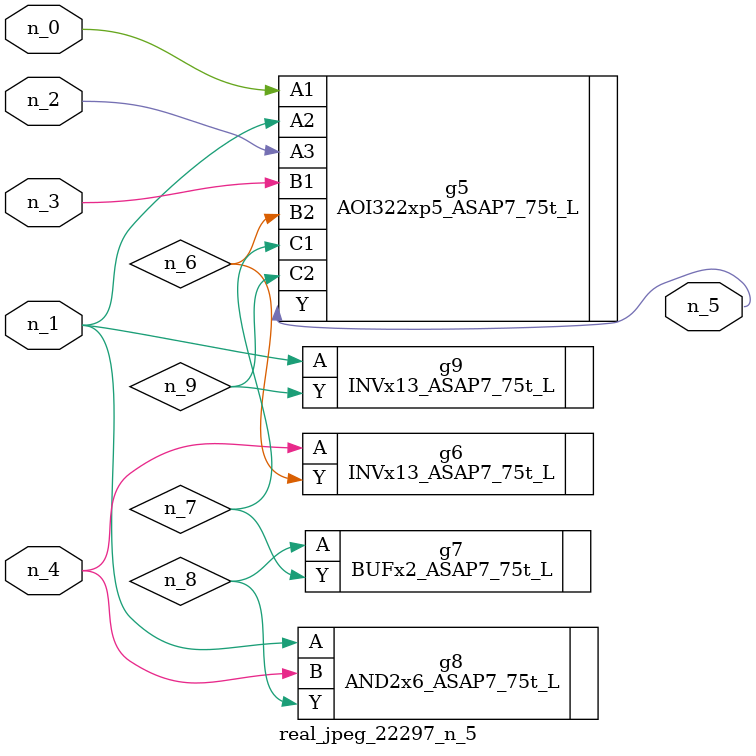
<source format=v>
module real_jpeg_22297_n_5 (n_4, n_0, n_1, n_2, n_3, n_5);

input n_4;
input n_0;
input n_1;
input n_2;
input n_3;

output n_5;

wire n_8;
wire n_6;
wire n_7;
wire n_9;

AOI322xp5_ASAP7_75t_L g5 ( 
.A1(n_0),
.A2(n_1),
.A3(n_2),
.B1(n_3),
.B2(n_6),
.C1(n_7),
.C2(n_9),
.Y(n_5)
);

AND2x6_ASAP7_75t_L g8 ( 
.A(n_1),
.B(n_4),
.Y(n_8)
);

INVx13_ASAP7_75t_L g9 ( 
.A(n_1),
.Y(n_9)
);

INVx13_ASAP7_75t_L g6 ( 
.A(n_4),
.Y(n_6)
);

BUFx2_ASAP7_75t_L g7 ( 
.A(n_8),
.Y(n_7)
);


endmodule
</source>
